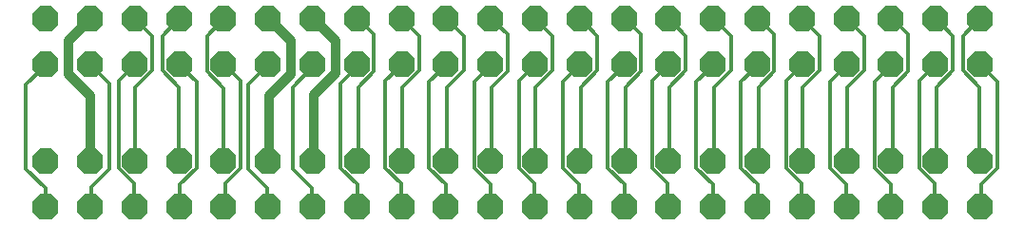
<source format=gtl>
G04 EAGLE Gerber RS-274X export*
G75*
%MOMM*%
%FSLAX34Y34*%
%LPD*%
%INTop Copper*%
%IPPOS*%
%AMOC8*
5,1,8,0,0,1.08239X$1,22.5*%
G01*
%ADD10P,2.474344X8X202.500000*%
%ADD11P,2.474344X8X22.500000*%
%ADD12C,0.812800*%
%ADD13C,0.304800*%


D10*
X568960Y198120D03*
X568960Y157480D03*
X608584Y198120D03*
X648208Y198120D03*
X687832Y198120D03*
X727456Y198120D03*
X767080Y198120D03*
X806704Y198120D03*
X846328Y198120D03*
X885952Y198120D03*
X925576Y198120D03*
X965200Y198120D03*
X608584Y157480D03*
X648208Y157480D03*
X687832Y157480D03*
X727456Y157480D03*
X767080Y157480D03*
X806704Y157480D03*
X846328Y157480D03*
X885952Y157480D03*
X925576Y157480D03*
X965200Y157480D03*
D11*
X529336Y157480D03*
X529336Y198120D03*
X489712Y157480D03*
X450088Y157480D03*
X410464Y157480D03*
X370840Y157480D03*
X331216Y157480D03*
X291592Y157480D03*
X251968Y157480D03*
X212344Y157480D03*
X172720Y157480D03*
X133096Y157480D03*
X489712Y198120D03*
X450088Y198120D03*
X410464Y198120D03*
X370840Y198120D03*
X331216Y198120D03*
X291592Y198120D03*
X251968Y198120D03*
X212344Y198120D03*
X172720Y198120D03*
X133096Y198120D03*
D10*
X568960Y71120D03*
X568960Y30480D03*
X608584Y71120D03*
X648208Y71120D03*
X687832Y71120D03*
X727456Y71120D03*
X767080Y71120D03*
X806704Y71120D03*
X846328Y71120D03*
X885952Y71120D03*
X925576Y71120D03*
X965200Y71120D03*
X608584Y30480D03*
X648208Y30480D03*
X687832Y30480D03*
X727456Y30480D03*
X767080Y30480D03*
X806704Y30480D03*
X846328Y30480D03*
X885952Y30480D03*
X925576Y30480D03*
X965200Y30480D03*
D11*
X529336Y30480D03*
X529336Y71120D03*
X489712Y30480D03*
X450088Y30480D03*
X410464Y30480D03*
X370840Y30480D03*
X331216Y30480D03*
X291592Y30480D03*
X251968Y30480D03*
X212344Y30480D03*
X172720Y30480D03*
X133096Y30480D03*
X489712Y71120D03*
X450088Y71120D03*
X410464Y71120D03*
X370840Y71120D03*
X331216Y71120D03*
X291592Y71120D03*
X251968Y71120D03*
X212344Y71120D03*
X172720Y71120D03*
X133096Y71120D03*
D12*
X172593Y72009D02*
X172593Y129159D01*
X153162Y148590D01*
X153162Y178308D01*
X172593Y197739D01*
X172593Y72009D02*
X172720Y71120D01*
X172593Y197739D02*
X172720Y198120D01*
D13*
X924687Y51435D02*
X924687Y30861D01*
X924687Y51435D02*
X910971Y65151D01*
X910971Y142875D01*
X925576Y157480D01*
X924687Y30861D02*
X925576Y30480D01*
X885825Y30861D02*
X885825Y50292D01*
X870966Y65151D01*
X870966Y141732D01*
X885825Y156591D01*
X885825Y30861D02*
X885952Y30480D01*
X885825Y156591D02*
X885952Y157480D01*
X845820Y50292D02*
X845820Y30861D01*
X845820Y50292D02*
X830961Y65151D01*
X830961Y141732D01*
X845820Y156591D01*
X845820Y30861D02*
X846328Y30480D01*
X845820Y156591D02*
X846328Y157480D01*
X648081Y50292D02*
X648081Y30861D01*
X648081Y50292D02*
X633222Y65151D01*
X633222Y141732D01*
X648081Y156591D01*
X648081Y30861D02*
X648208Y30480D01*
X648081Y156591D02*
X648208Y157480D01*
X608076Y50292D02*
X608076Y30861D01*
X608076Y50292D02*
X593217Y65151D01*
X593217Y141732D01*
X608076Y156591D01*
X608076Y30861D02*
X608584Y30480D01*
X608076Y156591D02*
X608584Y157480D01*
X568071Y51435D02*
X568071Y30861D01*
X568071Y51435D02*
X554355Y65151D01*
X554355Y142875D01*
X568960Y157480D01*
X568071Y30861D02*
X568960Y30480D01*
X529209Y30861D02*
X529209Y50292D01*
X514350Y65151D01*
X514350Y141732D01*
X529209Y156591D01*
X529209Y30861D02*
X529336Y30480D01*
X529209Y156591D02*
X529336Y157480D01*
X489204Y50292D02*
X489204Y30861D01*
X489204Y50292D02*
X474345Y65151D01*
X474345Y141732D01*
X489204Y156591D01*
X489204Y30861D02*
X489712Y30480D01*
X489204Y156591D02*
X489712Y157480D01*
X449199Y51435D02*
X449199Y30861D01*
X449199Y51435D02*
X435483Y65151D01*
X435483Y142875D01*
X450088Y157480D01*
X449199Y30861D02*
X450088Y30480D01*
X965835Y30861D02*
X965835Y50292D01*
X980694Y65151D01*
X980694Y141732D01*
X965835Y156591D01*
X965835Y30861D02*
X965200Y30480D01*
X965835Y156591D02*
X965200Y157480D01*
X805815Y51435D02*
X805815Y30861D01*
X805815Y51435D02*
X792099Y65151D01*
X792099Y142875D01*
X806704Y157480D01*
X805815Y30861D02*
X806704Y30480D01*
X766953Y30861D02*
X766953Y50292D01*
X752094Y65151D01*
X752094Y141732D01*
X766953Y156591D01*
X766953Y30861D02*
X767080Y30480D01*
X766953Y156591D02*
X767080Y157480D01*
X726948Y50292D02*
X726948Y30861D01*
X726948Y50292D02*
X712089Y65151D01*
X712089Y141732D01*
X726948Y156591D01*
X726948Y30861D02*
X727456Y30480D01*
X726948Y156591D02*
X727456Y157480D01*
X686943Y51435D02*
X686943Y30861D01*
X686943Y51435D02*
X673227Y65151D01*
X673227Y142875D01*
X687832Y157480D01*
X686943Y30861D02*
X687832Y30480D01*
X410337Y30861D02*
X410337Y50292D01*
X395478Y65151D01*
X395478Y140589D01*
X411480Y156591D01*
X410337Y30861D02*
X410464Y30480D01*
X411480Y156591D02*
X410464Y157480D01*
X370332Y46863D02*
X370332Y30861D01*
X370332Y46863D02*
X353187Y64008D01*
X353187Y137160D01*
X370332Y154305D01*
X370332Y156591D01*
X370332Y30861D02*
X370840Y30480D01*
X370332Y156591D02*
X370840Y157480D01*
X728091Y137160D02*
X728091Y72009D01*
X728091Y137160D02*
X742950Y152019D01*
X742950Y182880D01*
X728091Y197739D01*
X728091Y72009D02*
X727456Y71120D01*
X728091Y197739D02*
X727456Y198120D01*
X450342Y137160D02*
X450342Y72009D01*
X450342Y137160D02*
X465201Y152019D01*
X465201Y182880D01*
X450342Y197739D01*
X450342Y72009D02*
X450088Y71120D01*
X450342Y197739D02*
X450088Y198120D01*
X490347Y137160D02*
X490347Y72009D01*
X490347Y137160D02*
X505206Y152019D01*
X505206Y182880D01*
X490347Y197739D01*
X490347Y72009D02*
X489712Y71120D01*
X490347Y197739D02*
X489712Y198120D01*
X530352Y137160D02*
X530352Y72009D01*
X530352Y137160D02*
X544068Y150876D01*
X544068Y184023D01*
X530352Y197739D01*
X530352Y72009D02*
X529336Y71120D01*
X530352Y197739D02*
X529336Y198120D01*
X569214Y137160D02*
X569214Y72009D01*
X569214Y137160D02*
X584073Y152019D01*
X584073Y182880D01*
X569214Y197739D01*
X569214Y72009D02*
X568960Y71120D01*
X569214Y197739D02*
X568960Y198120D01*
X609219Y137160D02*
X609219Y72009D01*
X609219Y137160D02*
X624078Y152019D01*
X624078Y182880D01*
X609219Y197739D01*
X609219Y72009D02*
X608584Y71120D01*
X609219Y197739D02*
X608584Y198120D01*
X649224Y137160D02*
X649224Y72009D01*
X649224Y137160D02*
X662940Y150876D01*
X662940Y184023D01*
X649224Y197739D01*
X649224Y72009D02*
X648208Y71120D01*
X649224Y197739D02*
X648208Y198120D01*
X688086Y137160D02*
X688086Y72009D01*
X688086Y137160D02*
X702945Y152019D01*
X702945Y182880D01*
X688086Y197739D01*
X688086Y72009D02*
X687832Y71120D01*
X688086Y197739D02*
X687832Y198120D01*
X330327Y46863D02*
X330327Y30861D01*
X330327Y46863D02*
X313182Y64008D01*
X313182Y139446D01*
X331216Y157480D01*
X330327Y30861D02*
X331216Y30480D01*
X411480Y72009D02*
X411480Y137160D01*
X425196Y150876D01*
X425196Y184023D01*
X411480Y197739D01*
X411480Y72009D02*
X410464Y71120D01*
X411480Y197739D02*
X410464Y198120D01*
X768096Y137160D02*
X768096Y72009D01*
X768096Y137160D02*
X781812Y150876D01*
X781812Y184023D01*
X768096Y197739D01*
X768096Y72009D02*
X767080Y71120D01*
X768096Y197739D02*
X767080Y198120D01*
X846963Y137160D02*
X846963Y72009D01*
X846963Y137160D02*
X861822Y152019D01*
X861822Y182880D01*
X846963Y197739D01*
X846963Y72009D02*
X846328Y71120D01*
X846963Y197739D02*
X846328Y198120D01*
X886968Y137160D02*
X886968Y72009D01*
X886968Y137160D02*
X900684Y150876D01*
X900684Y184023D01*
X886968Y197739D01*
X886968Y72009D02*
X885952Y71120D01*
X886968Y197739D02*
X885952Y198120D01*
X173736Y48006D02*
X173736Y30861D01*
X173736Y48006D02*
X189738Y64008D01*
X189738Y140589D01*
X173736Y156591D01*
X173736Y30861D02*
X172720Y30480D01*
X173736Y156591D02*
X172720Y157480D01*
X925830Y137160D02*
X925830Y72009D01*
X925830Y137160D02*
X940689Y152019D01*
X940689Y182880D01*
X925830Y197739D01*
X925830Y72009D02*
X925576Y71120D01*
X925830Y197739D02*
X925576Y198120D01*
X964692Y137160D02*
X964692Y72009D01*
X964692Y137160D02*
X949833Y152019D01*
X949833Y182880D01*
X964692Y197739D01*
X964692Y72009D02*
X965200Y71120D01*
X964692Y197739D02*
X965200Y198120D01*
X211455Y51435D02*
X211455Y30861D01*
X211455Y51435D02*
X197739Y65151D01*
X197739Y142875D01*
X212344Y157480D01*
X211455Y30861D02*
X212344Y30480D01*
X806958Y72009D02*
X806958Y137160D01*
X821817Y152019D01*
X821817Y182880D01*
X806958Y197739D01*
X806958Y72009D02*
X806704Y71120D01*
X806958Y197739D02*
X806704Y198120D01*
D12*
X371475Y130302D02*
X371475Y72009D01*
X371475Y130302D02*
X390906Y149733D01*
X390906Y178308D01*
X371475Y197739D01*
X371475Y72009D02*
X370840Y71120D01*
X371475Y197739D02*
X370840Y198120D01*
D13*
X291465Y136017D02*
X291465Y72009D01*
X291465Y136017D02*
X276606Y150876D01*
X276606Y182880D01*
X291465Y197739D01*
X291465Y72009D02*
X291592Y71120D01*
X291465Y197739D02*
X291592Y198120D01*
X251460Y137160D02*
X251460Y72009D01*
X251460Y137160D02*
X236601Y152019D01*
X236601Y182880D01*
X251460Y197739D01*
X251460Y72009D02*
X251968Y71120D01*
X251460Y197739D02*
X251968Y198120D01*
X212598Y137160D02*
X212598Y72009D01*
X212598Y137160D02*
X227457Y152019D01*
X227457Y182880D01*
X212598Y197739D01*
X212598Y72009D02*
X212344Y71120D01*
X212598Y197739D02*
X212344Y198120D01*
X252603Y50292D02*
X252603Y30861D01*
X252603Y50292D02*
X267462Y65151D01*
X267462Y141732D01*
X252603Y156591D01*
X252603Y30861D02*
X251968Y30480D01*
X252603Y156591D02*
X251968Y157480D01*
X292608Y51435D02*
X292608Y30861D01*
X292608Y51435D02*
X306324Y65151D01*
X306324Y142875D01*
X292608Y156591D01*
X292608Y30861D02*
X291592Y30480D01*
X292608Y156591D02*
X291592Y157480D01*
X132588Y46863D02*
X132588Y30861D01*
X132588Y46863D02*
X115443Y64008D01*
X115443Y139446D01*
X132588Y156591D01*
X132588Y30861D02*
X133096Y30480D01*
X132588Y156591D02*
X133096Y157480D01*
D12*
X331470Y129159D02*
X331470Y72009D01*
X331470Y129159D02*
X350901Y148590D01*
X350901Y178308D01*
X331470Y197739D01*
X331470Y72009D02*
X331216Y71120D01*
X331470Y197739D02*
X331216Y198120D01*
M02*

</source>
